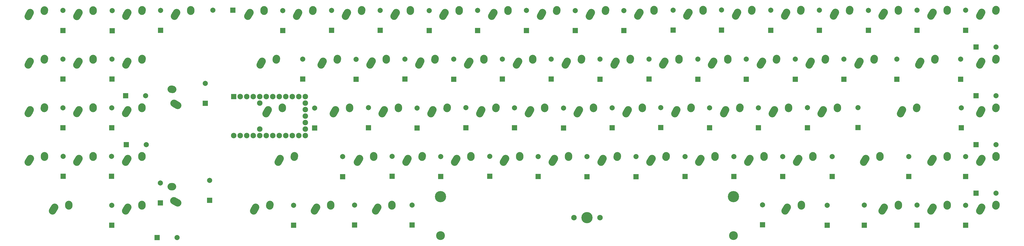
<source format=gbr>
G04 #@! TF.GenerationSoftware,KiCad,Pcbnew,(5.0.0)*
G04 #@! TF.CreationDate,2018-09-24T14:53:38-06:00*
G04 #@! TF.ProjectId,SouthPole,536F757468506F6C652E6B696361645F,rev?*
G04 #@! TF.SameCoordinates,Original*
G04 #@! TF.FileFunction,Soldermask,Top*
G04 #@! TF.FilePolarity,Negative*
%FSLAX46Y46*%
G04 Gerber Fmt 4.6, Leading zero omitted, Abs format (unit mm)*
G04 Created by KiCad (PCBNEW (5.0.0)) date 09/24/18 14:53:38*
%MOMM*%
%LPD*%
G01*
G04 APERTURE LIST*
%ADD10C,2.900000*%
%ADD11C,2.900000*%
%ADD12C,4.387800*%
%ADD13C,3.448000*%
%ADD14C,2.150000*%
%ADD15C,2.000000*%
%ADD16R,2.000000X2.000000*%
%ADD17C,2.152600*%
%ADD18R,2.152600X2.152600*%
G04 APERTURE END LIST*
D10*
G04 #@! TO.C,K15*
X94376250Y-65261250D03*
D11*
X94781703Y-64531296D02*
X93970797Y-65991204D01*
D10*
X100301250Y-63741250D03*
D11*
X100320974Y-63451922D02*
X100281526Y-64030578D01*
G04 #@! TD*
D10*
G04 #@! TO.C,K77*
X376395000Y-63647500D03*
D11*
X376414724Y-63358172D02*
X376375276Y-63936828D01*
D10*
X370470000Y-65167500D03*
D11*
X370875453Y-64437546D02*
X370064547Y-65897454D01*
G04 #@! TD*
D10*
G04 #@! TO.C,K79*
X395426250Y-63647500D03*
D11*
X395445974Y-63358172D02*
X395406526Y-63936828D01*
D10*
X389501250Y-65167500D03*
D11*
X389906703Y-64437546D02*
X389095797Y-65897454D01*
G04 #@! TD*
D10*
G04 #@! TO.C,K78*
X390645000Y-82772500D03*
D11*
X390664724Y-82483172D02*
X390625276Y-83061828D01*
D10*
X384720000Y-84292500D03*
D11*
X385125453Y-83562546D02*
X384314547Y-85022454D01*
G04 #@! TD*
D10*
G04 #@! TO.C,K74*
X383520000Y-101803750D03*
D11*
X383539724Y-101514422D02*
X383500276Y-102093078D01*
D10*
X377595000Y-103323750D03*
D11*
X378000453Y-102593796D02*
X377189547Y-104053704D01*
G04 #@! TD*
D10*
G04 #@! TO.C,K70*
X369193750Y-120835000D03*
D11*
X369213474Y-120545672D02*
X369174026Y-121124328D01*
D10*
X363268750Y-122355000D03*
D11*
X363674203Y-121625046D02*
X362863297Y-123084954D01*
G04 #@! TD*
D10*
G04 #@! TO.C,K62*
X338520000Y-139866250D03*
D11*
X338539724Y-139576922D02*
X338500276Y-140155578D01*
D10*
X332595000Y-141386250D03*
D11*
X333000453Y-140656296D02*
X332189547Y-142116204D01*
G04 #@! TD*
D12*
G04 #@! TO.C,K45*
X312056250Y-136495000D03*
X197756250Y-136495000D03*
D13*
X312056250Y-151735000D03*
X197756250Y-151735000D03*
D14*
X259986250Y-144750000D03*
X249826250Y-144750000D03*
D12*
X254906250Y-144750000D03*
G04 #@! TD*
D10*
G04 #@! TO.C,K32*
X178770000Y-139866250D03*
D11*
X178789724Y-139576922D02*
X178750276Y-140155578D01*
D10*
X172845000Y-141386250D03*
D11*
X173250453Y-140656296D02*
X172439547Y-142116204D01*
G04 #@! TD*
D10*
G04 #@! TO.C,K27*
X154893750Y-139855000D03*
D11*
X154913474Y-139565672D02*
X154874026Y-140144328D01*
D10*
X148968750Y-141375000D03*
D11*
X149374203Y-140645046D02*
X148563297Y-142104954D01*
G04 #@! TD*
D10*
G04 #@! TO.C,K21*
X140707500Y-120835000D03*
D11*
X140727224Y-120545672D02*
X140687776Y-121124328D01*
D10*
X134782500Y-122355000D03*
D11*
X135187953Y-121625046D02*
X134377047Y-123084954D01*
G04 #@! TD*
D10*
G04 #@! TO.C,K22*
X131145000Y-139866250D03*
D11*
X131164724Y-139576922D02*
X131125276Y-140155578D01*
D10*
X125220000Y-141386250D03*
D11*
X125625453Y-140656296D02*
X124814547Y-142116204D01*
G04 #@! TD*
D10*
G04 #@! TO.C,K20*
X136020000Y-101803750D03*
D11*
X136039724Y-101514422D02*
X136000276Y-102093078D01*
D10*
X130095000Y-103323750D03*
D11*
X130500453Y-102593796D02*
X129689547Y-104053704D01*
G04 #@! TD*
D10*
G04 #@! TO.C,K19*
X133676250Y-82772500D03*
D11*
X133695974Y-82483172D02*
X133656526Y-83061828D01*
D10*
X127751250Y-84292500D03*
D11*
X128156703Y-83562546D02*
X127345797Y-85022454D01*
G04 #@! TD*
D10*
G04 #@! TO.C,K17*
X92920000Y-132618000D03*
D11*
X92630672Y-132598276D02*
X93209328Y-132637724D01*
D10*
X94440000Y-138543000D03*
D11*
X93710046Y-138137547D02*
X95169954Y-138948453D01*
G04 #@! TD*
D10*
G04 #@! TO.C,K9*
X52707000Y-139845000D03*
D11*
X52726724Y-139555672D02*
X52687276Y-140134328D01*
D10*
X46782000Y-141365000D03*
D11*
X47187453Y-140635046D02*
X46376547Y-142094954D01*
G04 #@! TD*
D10*
G04 #@! TO.C,K16*
X92945000Y-94543000D03*
D11*
X92655672Y-94523276D02*
X93234328Y-94562724D01*
D10*
X94465000Y-100468000D03*
D11*
X93735046Y-100062547D02*
X95194954Y-100873453D01*
G04 #@! TD*
D15*
G04 #@! TO.C,D1*
X50437500Y-63731250D03*
D16*
X50437500Y-71531250D03*
G04 #@! TD*
G04 #@! TO.C,D2*
X50437500Y-90525000D03*
D15*
X50437500Y-82725000D03*
G04 #@! TD*
G04 #@! TO.C,D3*
X50450000Y-101800000D03*
D16*
X50450000Y-109600000D03*
G04 #@! TD*
G04 #@! TO.C,D4*
X50531250Y-128587500D03*
D15*
X50531250Y-120787500D03*
G04 #@! TD*
D16*
G04 #@! TO.C,D5*
X69656250Y-71625000D03*
D15*
X69656250Y-63825000D03*
G04 #@! TD*
D16*
G04 #@! TO.C,D6*
X69562500Y-90562500D03*
D15*
X69562500Y-82762500D03*
G04 #@! TD*
G04 #@! TO.C,D7*
X69500000Y-101800000D03*
D16*
X69500000Y-109600000D03*
G04 #@! TD*
G04 #@! TO.C,D8*
X69375000Y-128587500D03*
D15*
X69375000Y-120787500D03*
G04 #@! TD*
G04 #@! TO.C,D9*
X69475000Y-139912500D03*
D16*
X69475000Y-147712500D03*
G04 #@! TD*
G04 #@! TO.C,D10*
X88500000Y-71493750D03*
D15*
X88500000Y-63693750D03*
G04 #@! TD*
G04 #@! TO.C,D11*
X82650000Y-97050000D03*
D16*
X74850000Y-97050000D03*
G04 #@! TD*
G04 #@! TO.C,D12*
X75100000Y-116225000D03*
D15*
X82900000Y-116225000D03*
G04 #@! TD*
G04 #@! TO.C,D13*
X88425000Y-131200000D03*
D16*
X88425000Y-139000000D03*
G04 #@! TD*
G04 #@! TO.C,D14*
X87175000Y-152525000D03*
D15*
X94975000Y-152525000D03*
G04 #@! TD*
D16*
G04 #@! TO.C,D15*
X116750000Y-63600000D03*
D15*
X108950000Y-63600000D03*
G04 #@! TD*
G04 #@! TO.C,D16*
X106000000Y-92200000D03*
D16*
X106000000Y-100000000D03*
G04 #@! TD*
G04 #@! TO.C,D17*
X107625000Y-137962500D03*
D15*
X107625000Y-130162500D03*
G04 #@! TD*
G04 #@! TO.C,D18*
X136218750Y-63787500D03*
D16*
X136218750Y-71587500D03*
G04 #@! TD*
G04 #@! TO.C,D19*
X144000000Y-90525000D03*
D15*
X144000000Y-82725000D03*
G04 #@! TD*
G04 #@! TO.C,D20*
X148593750Y-101850000D03*
D16*
X148593750Y-109650000D03*
G04 #@! TD*
G04 #@! TO.C,D21*
X159562500Y-128681250D03*
D15*
X159562500Y-120881250D03*
G04 #@! TD*
G04 #@! TO.C,D22*
X140437500Y-139912500D03*
D16*
X140437500Y-147712500D03*
G04 #@! TD*
G04 #@! TO.C,D23*
X155250000Y-71493750D03*
D15*
X155250000Y-63693750D03*
G04 #@! TD*
G04 #@! TO.C,D24*
X164812500Y-82818750D03*
D16*
X164812500Y-90618750D03*
G04 #@! TD*
G04 #@! TO.C,D25*
X169593750Y-109556250D03*
D15*
X169593750Y-101756250D03*
G04 #@! TD*
G04 #@! TO.C,D26*
X178875000Y-120787500D03*
D16*
X178875000Y-128587500D03*
G04 #@! TD*
G04 #@! TO.C,D27*
X164250000Y-147618750D03*
D15*
X164250000Y-139818750D03*
G04 #@! TD*
D16*
G04 #@! TO.C,D28*
X174187500Y-71493750D03*
D15*
X174187500Y-63693750D03*
G04 #@! TD*
D16*
G04 #@! TO.C,D29*
X183843750Y-90525000D03*
D15*
X183843750Y-82725000D03*
G04 #@! TD*
G04 #@! TO.C,D30*
X188625000Y-101850000D03*
D16*
X188625000Y-109650000D03*
G04 #@! TD*
G04 #@! TO.C,D31*
X197812500Y-128643750D03*
D15*
X197812500Y-120843750D03*
G04 #@! TD*
D16*
G04 #@! TO.C,D32*
X186656250Y-147581250D03*
D15*
X186656250Y-139781250D03*
G04 #@! TD*
G04 #@! TO.C,D33*
X193312500Y-63787500D03*
D16*
X193312500Y-71587500D03*
G04 #@! TD*
D15*
G04 #@! TO.C,D34*
X202875000Y-82781250D03*
D16*
X202875000Y-90581250D03*
G04 #@! TD*
D15*
G04 #@! TO.C,D35*
X207656250Y-101756250D03*
D16*
X207656250Y-109556250D03*
G04 #@! TD*
D15*
G04 #@! TO.C,D36*
X216937500Y-120787500D03*
D16*
X216937500Y-128587500D03*
G04 #@! TD*
G04 #@! TO.C,D37*
X212250000Y-71531250D03*
D15*
X212250000Y-63731250D03*
G04 #@! TD*
D16*
G04 #@! TO.C,D38*
X221906250Y-90562500D03*
D15*
X221906250Y-82762500D03*
G04 #@! TD*
G04 #@! TO.C,D39*
X226593750Y-101812500D03*
D16*
X226593750Y-109612500D03*
G04 #@! TD*
G04 #@! TO.C,D40*
X235875000Y-128643750D03*
D15*
X235875000Y-120843750D03*
G04 #@! TD*
D16*
G04 #@! TO.C,D41*
X231281250Y-71531250D03*
D15*
X231281250Y-63731250D03*
G04 #@! TD*
D16*
G04 #@! TO.C,D42*
X240937500Y-90525000D03*
D15*
X240937500Y-82725000D03*
G04 #@! TD*
G04 #@! TO.C,D43*
X245718750Y-101850000D03*
D16*
X245718750Y-109650000D03*
G04 #@! TD*
G04 #@! TO.C,D44*
X254906250Y-128681250D03*
D15*
X254906250Y-120881250D03*
G04 #@! TD*
G04 #@! TO.C,D45*
X323343750Y-139687500D03*
D16*
X323343750Y-147487500D03*
G04 #@! TD*
D15*
G04 #@! TO.C,D46*
X250312500Y-63750000D03*
D16*
X250312500Y-71550000D03*
G04 #@! TD*
D15*
G04 #@! TO.C,D47*
X259968750Y-82781250D03*
D16*
X259968750Y-90581250D03*
G04 #@! TD*
G04 #@! TO.C,D48*
X264750000Y-109593750D03*
D15*
X264750000Y-101793750D03*
G04 #@! TD*
D16*
G04 #@! TO.C,D49*
X274031250Y-128681250D03*
D15*
X274031250Y-120881250D03*
G04 #@! TD*
G04 #@! TO.C,D50*
X269250000Y-63750000D03*
D16*
X269250000Y-71550000D03*
G04 #@! TD*
G04 #@! TO.C,D51*
X279093750Y-90525000D03*
D15*
X279093750Y-82725000D03*
G04 #@! TD*
G04 #@! TO.C,D52*
X283687500Y-101718750D03*
D16*
X283687500Y-109518750D03*
G04 #@! TD*
G04 #@! TO.C,D53*
X293156250Y-128643750D03*
D15*
X293156250Y-120843750D03*
G04 #@! TD*
D16*
G04 #@! TO.C,D54*
X288468750Y-71400000D03*
D15*
X288468750Y-63600000D03*
G04 #@! TD*
D16*
G04 #@! TO.C,D55*
X298125000Y-90581250D03*
D15*
X298125000Y-82781250D03*
G04 #@! TD*
G04 #@! TO.C,D56*
X302718750Y-101812500D03*
D16*
X302718750Y-109612500D03*
G04 #@! TD*
D15*
G04 #@! TO.C,D57*
X312187500Y-120843750D03*
D16*
X312187500Y-128643750D03*
G04 #@! TD*
G04 #@! TO.C,D58*
X307406250Y-71362500D03*
D15*
X307406250Y-63562500D03*
G04 #@! TD*
G04 #@! TO.C,D59*
X317062500Y-82781250D03*
D16*
X317062500Y-90581250D03*
G04 #@! TD*
D15*
G04 #@! TO.C,D60*
X321750000Y-101812500D03*
D16*
X321750000Y-109612500D03*
G04 #@! TD*
G04 #@! TO.C,D61*
X331218750Y-128643750D03*
D15*
X331218750Y-120843750D03*
G04 #@! TD*
G04 #@! TO.C,D62*
X348656250Y-139875000D03*
D16*
X348656250Y-147675000D03*
G04 #@! TD*
G04 #@! TO.C,D63*
X326625000Y-71456250D03*
D15*
X326625000Y-63656250D03*
G04 #@! TD*
G04 #@! TO.C,D64*
X336187500Y-82781250D03*
D16*
X336187500Y-90581250D03*
G04 #@! TD*
D15*
G04 #@! TO.C,D65*
X340875000Y-101756250D03*
D16*
X340875000Y-109556250D03*
G04 #@! TD*
G04 #@! TO.C,D66*
X350531250Y-128643750D03*
D15*
X350531250Y-120843750D03*
G04 #@! TD*
G04 #@! TO.C,D67*
X345562500Y-63656250D03*
D16*
X345562500Y-71456250D03*
G04 #@! TD*
G04 #@! TO.C,D68*
X355125000Y-90581250D03*
D15*
X355125000Y-82781250D03*
G04 #@! TD*
G04 #@! TO.C,D69*
X360656250Y-101718750D03*
D16*
X360656250Y-109518750D03*
G04 #@! TD*
D15*
G04 #@! TO.C,D70*
X380437500Y-120843750D03*
D16*
X380437500Y-128643750D03*
G04 #@! TD*
D15*
G04 #@! TO.C,D71*
X363093750Y-139856250D03*
D16*
X363093750Y-147656250D03*
G04 #@! TD*
G04 #@! TO.C,D72*
X364687500Y-71493750D03*
D15*
X364687500Y-63693750D03*
G04 #@! TD*
D16*
G04 #@! TO.C,D73*
X375750000Y-90581250D03*
D15*
X375750000Y-82781250D03*
G04 #@! TD*
G04 #@! TO.C,D74*
X400968750Y-101812500D03*
D16*
X400968750Y-109612500D03*
G04 #@! TD*
G04 #@! TO.C,D75*
X402656250Y-128643750D03*
D15*
X402656250Y-120843750D03*
G04 #@! TD*
G04 #@! TO.C,D76*
X383625000Y-139856250D03*
D16*
X383625000Y-147656250D03*
G04 #@! TD*
G04 #@! TO.C,D77*
X383625000Y-71456250D03*
D15*
X383625000Y-63656250D03*
G04 #@! TD*
D16*
G04 #@! TO.C,D78*
X400687500Y-90581250D03*
D15*
X400687500Y-82781250D03*
G04 #@! TD*
G04 #@! TO.C,D79*
X402656250Y-63656250D03*
D16*
X402656250Y-71456250D03*
G04 #@! TD*
D15*
G04 #@! TO.C,D80*
X414487500Y-78000000D03*
D16*
X406687500Y-78000000D03*
G04 #@! TD*
D15*
G04 #@! TO.C,D81*
X414468750Y-97031250D03*
D16*
X406668750Y-97031250D03*
G04 #@! TD*
D15*
G04 #@! TO.C,D82*
X414468750Y-116156250D03*
D16*
X406668750Y-116156250D03*
G04 #@! TD*
D15*
G04 #@! TO.C,D83*
X414468750Y-135187500D03*
D16*
X406668750Y-135187500D03*
G04 #@! TD*
G04 #@! TO.C,D84*
X402656250Y-147675000D03*
D15*
X402656250Y-139875000D03*
G04 #@! TD*
D10*
G04 #@! TO.C,K1*
X37235000Y-65310000D03*
D11*
X37640453Y-64580046D02*
X36829547Y-66039954D01*
D10*
X43160000Y-63790000D03*
D11*
X43179724Y-63500672D02*
X43140276Y-64079328D01*
G04 #@! TD*
D10*
G04 #@! TO.C,K2*
X43175000Y-82772500D03*
D11*
X43194724Y-82483172D02*
X43155276Y-83061828D01*
D10*
X37250000Y-84292500D03*
D11*
X37655453Y-83562546D02*
X36844547Y-85022454D01*
G04 #@! TD*
D10*
G04 #@! TO.C,K3*
X37270000Y-103305000D03*
D11*
X37675453Y-102575046D02*
X36864547Y-104034954D01*
D10*
X43195000Y-101785000D03*
D11*
X43214724Y-101495672D02*
X43175276Y-102074328D01*
G04 #@! TD*
D10*
G04 #@! TO.C,K4*
X37282500Y-122355000D03*
D11*
X37687953Y-121625046D02*
X36877047Y-123084954D01*
D10*
X43207500Y-120835000D03*
D11*
X43227224Y-120545672D02*
X43187776Y-121124328D01*
G04 #@! TD*
D10*
G04 #@! TO.C,K5*
X62170000Y-63785000D03*
D11*
X62189724Y-63495672D02*
X62150276Y-64074328D01*
D10*
X56245000Y-65305000D03*
D11*
X56650453Y-64575046D02*
X55839547Y-66034954D01*
G04 #@! TD*
D10*
G04 #@! TO.C,K6*
X62175000Y-82772500D03*
D11*
X62194724Y-82483172D02*
X62155276Y-83061828D01*
D10*
X56250000Y-84292500D03*
D11*
X56655453Y-83562546D02*
X55844547Y-85022454D01*
G04 #@! TD*
D10*
G04 #@! TO.C,K7*
X62195000Y-101785000D03*
D11*
X62214724Y-101495672D02*
X62175276Y-102074328D01*
D10*
X56270000Y-103305000D03*
D11*
X56675453Y-102575046D02*
X55864547Y-104034954D01*
G04 #@! TD*
D10*
G04 #@! TO.C,K8*
X62200000Y-120830000D03*
D11*
X62219724Y-120540672D02*
X62180276Y-121119328D01*
D10*
X56275000Y-122350000D03*
D11*
X56680453Y-121620046D02*
X55869547Y-123079954D01*
G04 #@! TD*
D10*
G04 #@! TO.C,K10*
X81270000Y-63741250D03*
D11*
X81289724Y-63451922D02*
X81250276Y-64030578D01*
D10*
X75345000Y-65261250D03*
D11*
X75750453Y-64531296D02*
X74939547Y-65991204D01*
G04 #@! TD*
D10*
G04 #@! TO.C,K11*
X75345000Y-84292500D03*
D11*
X75750453Y-83562546D02*
X74939547Y-85022454D01*
D10*
X81270000Y-82772500D03*
D11*
X81289724Y-82483172D02*
X81250276Y-83061828D01*
G04 #@! TD*
D10*
G04 #@! TO.C,K12*
X81245000Y-101785000D03*
D11*
X81264724Y-101495672D02*
X81225276Y-102074328D01*
D10*
X75320000Y-103305000D03*
D11*
X75725453Y-102575046D02*
X74914547Y-104034954D01*
G04 #@! TD*
D10*
G04 #@! TO.C,K13*
X81225000Y-120830000D03*
D11*
X81244724Y-120540672D02*
X81205276Y-121119328D01*
D10*
X75300000Y-122350000D03*
D11*
X75705453Y-121620046D02*
X74894547Y-123079954D01*
G04 #@! TD*
D10*
G04 #@! TO.C,K14*
X81250000Y-139830000D03*
D11*
X81269724Y-139540672D02*
X81230276Y-140119328D01*
D10*
X75325000Y-141350000D03*
D11*
X75730453Y-140620046D02*
X74919547Y-142079954D01*
G04 #@! TD*
D10*
G04 #@! TO.C,K18*
X128895000Y-63741250D03*
D11*
X128914724Y-63451922D02*
X128875276Y-64030578D01*
D10*
X122970000Y-65261250D03*
D11*
X123375453Y-64531296D02*
X122564547Y-65991204D01*
G04 #@! TD*
D10*
G04 #@! TO.C,K23*
X142001250Y-65261250D03*
D11*
X142406703Y-64531296D02*
X141595797Y-65991204D01*
D10*
X147926250Y-63741250D03*
D11*
X147945974Y-63451922D02*
X147906526Y-64030578D01*
G04 #@! TD*
D10*
G04 #@! TO.C,K24*
X157488750Y-82772500D03*
D11*
X157508474Y-82483172D02*
X157469026Y-83061828D01*
D10*
X151563750Y-84292500D03*
D11*
X151969203Y-83562546D02*
X151158297Y-85022454D01*
G04 #@! TD*
D10*
G04 #@! TO.C,K25*
X156345000Y-103323750D03*
D11*
X156750453Y-102593796D02*
X155939547Y-104053704D01*
D10*
X162270000Y-101803750D03*
D11*
X162289724Y-101514422D02*
X162250276Y-102093078D01*
G04 #@! TD*
D10*
G04 #@! TO.C,K26*
X165720000Y-122355000D03*
D11*
X166125453Y-121625046D02*
X165314547Y-123084954D01*
D10*
X171645000Y-120835000D03*
D11*
X171664724Y-120545672D02*
X171625276Y-121124328D01*
G04 #@! TD*
D10*
G04 #@! TO.C,K28*
X166957500Y-63741250D03*
D11*
X166977224Y-63451922D02*
X166937776Y-64030578D01*
D10*
X161032500Y-65261250D03*
D11*
X161437953Y-64531296D02*
X160627047Y-65991204D01*
G04 #@! TD*
D10*
G04 #@! TO.C,K29*
X170625000Y-84281250D03*
D11*
X171030453Y-83551296D02*
X170219547Y-85011204D01*
D10*
X176550000Y-82761250D03*
D11*
X176569724Y-82471922D02*
X176530276Y-83050578D01*
G04 #@! TD*
D10*
G04 #@! TO.C,K30*
X181301250Y-101803750D03*
D11*
X181320974Y-101514422D02*
X181281526Y-102093078D01*
D10*
X175376250Y-103323750D03*
D11*
X175781703Y-102593796D02*
X174970797Y-104053704D01*
G04 #@! TD*
D10*
G04 #@! TO.C,K31*
X184657500Y-122355000D03*
D11*
X185062953Y-121625046D02*
X184252047Y-123084954D01*
D10*
X190582500Y-120835000D03*
D11*
X190602224Y-120545672D02*
X190562776Y-121124328D01*
G04 #@! TD*
D10*
G04 #@! TO.C,K33*
X185988750Y-63741250D03*
D11*
X186008474Y-63451922D02*
X185969026Y-64030578D01*
D10*
X180063750Y-65261250D03*
D11*
X180469203Y-64531296D02*
X179658297Y-65991204D01*
G04 #@! TD*
D10*
G04 #@! TO.C,K34*
X189656250Y-84281250D03*
D11*
X190061703Y-83551296D02*
X189250797Y-85011204D01*
D10*
X195581250Y-82761250D03*
D11*
X195600974Y-82471922D02*
X195561526Y-83050578D01*
G04 #@! TD*
D10*
G04 #@! TO.C,K35*
X200332500Y-101803750D03*
D11*
X200352224Y-101514422D02*
X200312776Y-102093078D01*
D10*
X194407500Y-103323750D03*
D11*
X194812953Y-102593796D02*
X194002047Y-104053704D01*
G04 #@! TD*
D10*
G04 #@! TO.C,K36*
X203688750Y-122355000D03*
D11*
X204094203Y-121625046D02*
X203283297Y-123084954D01*
D10*
X209613750Y-120835000D03*
D11*
X209633474Y-120545672D02*
X209594026Y-121124328D01*
G04 #@! TD*
D10*
G04 #@! TO.C,K37*
X205020000Y-63741250D03*
D11*
X205039724Y-63451922D02*
X205000276Y-64030578D01*
D10*
X199095000Y-65261250D03*
D11*
X199500453Y-64531296D02*
X198689547Y-65991204D01*
G04 #@! TD*
D10*
G04 #@! TO.C,K38*
X214676250Y-82772500D03*
D11*
X214695974Y-82483172D02*
X214656526Y-83061828D01*
D10*
X208751250Y-84292500D03*
D11*
X209156703Y-83562546D02*
X208345797Y-85022454D01*
G04 #@! TD*
D10*
G04 #@! TO.C,K39*
X213438750Y-103323750D03*
D11*
X213844203Y-102593796D02*
X213033297Y-104053704D01*
D10*
X219363750Y-101803750D03*
D11*
X219383474Y-101514422D02*
X219344026Y-102093078D01*
G04 #@! TD*
D10*
G04 #@! TO.C,K40*
X228645000Y-120835000D03*
D11*
X228664724Y-120545672D02*
X228625276Y-121124328D01*
D10*
X222720000Y-122355000D03*
D11*
X223125453Y-121625046D02*
X222314547Y-123084954D01*
G04 #@! TD*
D10*
G04 #@! TO.C,K41*
X218126250Y-65261250D03*
D11*
X218531703Y-64531296D02*
X217720797Y-65991204D01*
D10*
X224051250Y-63741250D03*
D11*
X224070974Y-63451922D02*
X224031526Y-64030578D01*
G04 #@! TD*
D10*
G04 #@! TO.C,K42*
X227782500Y-84292500D03*
D11*
X228187953Y-83562546D02*
X227377047Y-85022454D01*
D10*
X233707500Y-82772500D03*
D11*
X233727224Y-82483172D02*
X233687776Y-83061828D01*
G04 #@! TD*
D10*
G04 #@! TO.C,K43*
X232470000Y-103323750D03*
D11*
X232875453Y-102593796D02*
X232064547Y-104053704D01*
D10*
X238395000Y-101803750D03*
D11*
X238414724Y-101514422D02*
X238375276Y-102093078D01*
G04 #@! TD*
D10*
G04 #@! TO.C,K44*
X247676250Y-120835000D03*
D11*
X247695974Y-120545672D02*
X247656526Y-121124328D01*
D10*
X241751250Y-122355000D03*
D11*
X242156703Y-121625046D02*
X241345797Y-123084954D01*
G04 #@! TD*
D10*
G04 #@! TO.C,K46*
X243082500Y-63741250D03*
D11*
X243102224Y-63451922D02*
X243062776Y-64030578D01*
D10*
X237157500Y-65261250D03*
D11*
X237562953Y-64531296D02*
X236752047Y-65991204D01*
G04 #@! TD*
D10*
G04 #@! TO.C,K47*
X246813750Y-84292500D03*
D11*
X247219203Y-83562546D02*
X246408297Y-85022454D01*
D10*
X252738750Y-82772500D03*
D11*
X252758474Y-82483172D02*
X252719026Y-83061828D01*
G04 #@! TD*
D10*
G04 #@! TO.C,K48*
X257426250Y-101803750D03*
D11*
X257445974Y-101514422D02*
X257406526Y-102093078D01*
D10*
X251501250Y-103323750D03*
D11*
X251906703Y-102593796D02*
X251095797Y-104053704D01*
G04 #@! TD*
D10*
G04 #@! TO.C,K49*
X260782500Y-122355000D03*
D11*
X261187953Y-121625046D02*
X260377047Y-123084954D01*
D10*
X266707500Y-120835000D03*
D11*
X266727224Y-120545672D02*
X266687776Y-121124328D01*
G04 #@! TD*
D10*
G04 #@! TO.C,K50*
X256188750Y-65261250D03*
D11*
X256594203Y-64531296D02*
X255783297Y-65991204D01*
D10*
X262113750Y-63741250D03*
D11*
X262133474Y-63451922D02*
X262094026Y-64030578D01*
G04 #@! TD*
D10*
G04 #@! TO.C,K51*
X265845000Y-84292500D03*
D11*
X266250453Y-83562546D02*
X265439547Y-85022454D01*
D10*
X271770000Y-82772500D03*
D11*
X271789724Y-82483172D02*
X271750276Y-83061828D01*
G04 #@! TD*
D10*
G04 #@! TO.C,K52*
X276457500Y-101803750D03*
D11*
X276477224Y-101514422D02*
X276437776Y-102093078D01*
D10*
X270532500Y-103323750D03*
D11*
X270937953Y-102593796D02*
X270127047Y-104053704D01*
G04 #@! TD*
D10*
G04 #@! TO.C,K53*
X279843750Y-122343750D03*
D11*
X280249203Y-121613796D02*
X279438297Y-123073704D01*
D10*
X285768750Y-120823750D03*
D11*
X285788474Y-120534422D02*
X285749026Y-121113078D01*
G04 #@! TD*
D10*
G04 #@! TO.C,K54*
X275126250Y-65167500D03*
D11*
X275531703Y-64437546D02*
X274720797Y-65897454D01*
D10*
X281051250Y-63647500D03*
D11*
X281070974Y-63358172D02*
X281031526Y-63936828D01*
G04 #@! TD*
D10*
G04 #@! TO.C,K55*
X290801250Y-82772500D03*
D11*
X290820974Y-82483172D02*
X290781526Y-83061828D01*
D10*
X284876250Y-84292500D03*
D11*
X285281703Y-83562546D02*
X284470797Y-85022454D01*
G04 #@! TD*
D10*
G04 #@! TO.C,K56*
X295488750Y-101803750D03*
D11*
X295508474Y-101514422D02*
X295469026Y-102093078D01*
D10*
X289563750Y-103323750D03*
D11*
X289969203Y-102593796D02*
X289158297Y-104053704D01*
G04 #@! TD*
D10*
G04 #@! TO.C,K57*
X298938750Y-122355000D03*
D11*
X299344203Y-121625046D02*
X298533297Y-123084954D01*
D10*
X304863750Y-120835000D03*
D11*
X304883474Y-120545672D02*
X304844026Y-121124328D01*
G04 #@! TD*
D10*
G04 #@! TO.C,K58*
X300176250Y-63647500D03*
D11*
X300195974Y-63358172D02*
X300156526Y-63936828D01*
D10*
X294251250Y-65167500D03*
D11*
X294656703Y-64437546D02*
X293845797Y-65897454D01*
G04 #@! TD*
D10*
G04 #@! TO.C,K59*
X309832500Y-82772500D03*
D11*
X309852224Y-82483172D02*
X309812776Y-83061828D01*
D10*
X303907500Y-84292500D03*
D11*
X304312953Y-83562546D02*
X303502047Y-85022454D01*
G04 #@! TD*
D10*
G04 #@! TO.C,K60*
X308595000Y-103323750D03*
D11*
X309000453Y-102593796D02*
X308189547Y-104053704D01*
D10*
X314520000Y-101803750D03*
D11*
X314539724Y-101514422D02*
X314500276Y-102093078D01*
G04 #@! TD*
D10*
G04 #@! TO.C,K61*
X323988750Y-120835000D03*
D11*
X324008474Y-120545672D02*
X323969026Y-121124328D01*
D10*
X318063750Y-122355000D03*
D11*
X318469203Y-121625046D02*
X317658297Y-123084954D01*
G04 #@! TD*
D10*
G04 #@! TO.C,K63*
X313282500Y-65167500D03*
D11*
X313687953Y-64437546D02*
X312877047Y-65897454D01*
D10*
X319207500Y-63647500D03*
D11*
X319227224Y-63358172D02*
X319187776Y-63936828D01*
G04 #@! TD*
D10*
G04 #@! TO.C,K64*
X328863750Y-82772500D03*
D11*
X328883474Y-82483172D02*
X328844026Y-83061828D01*
D10*
X322938750Y-84292500D03*
D11*
X323344203Y-83562546D02*
X322533297Y-85022454D01*
G04 #@! TD*
D10*
G04 #@! TO.C,K65*
X333551250Y-101803750D03*
D11*
X333570974Y-101514422D02*
X333531526Y-102093078D01*
D10*
X327626250Y-103323750D03*
D11*
X328031703Y-102593796D02*
X327220797Y-104053704D01*
G04 #@! TD*
D10*
G04 #@! TO.C,K66*
X337095000Y-122355000D03*
D11*
X337500453Y-121625046D02*
X336689547Y-123084954D01*
D10*
X343020000Y-120835000D03*
D11*
X343039724Y-120545672D02*
X343000276Y-121124328D01*
G04 #@! TD*
D10*
G04 #@! TO.C,K67*
X338332500Y-63647500D03*
D11*
X338352224Y-63358172D02*
X338312776Y-63936828D01*
D10*
X332407500Y-65167500D03*
D11*
X332812953Y-64437546D02*
X332002047Y-65897454D01*
G04 #@! TD*
D10*
G04 #@! TO.C,K68*
X347895000Y-82772500D03*
D11*
X347914724Y-82483172D02*
X347875276Y-83061828D01*
D10*
X341970000Y-84292500D03*
D11*
X342375453Y-83562546D02*
X341564547Y-85022454D01*
G04 #@! TD*
D10*
G04 #@! TO.C,K69*
X346657500Y-103323750D03*
D11*
X347062953Y-102593796D02*
X346252047Y-104053704D01*
D10*
X352582500Y-101803750D03*
D11*
X352602224Y-101514422D02*
X352562776Y-102093078D01*
G04 #@! TD*
D10*
G04 #@! TO.C,K71*
X376395000Y-139866250D03*
D11*
X376414724Y-139576922D02*
X376375276Y-140155578D01*
D10*
X370470000Y-141386250D03*
D11*
X370875453Y-140656296D02*
X370064547Y-142116204D01*
G04 #@! TD*
D10*
G04 #@! TO.C,K72*
X351438750Y-65167500D03*
D11*
X351844203Y-64437546D02*
X351033297Y-65897454D01*
D10*
X357363750Y-63647500D03*
D11*
X357383474Y-63358172D02*
X357344026Y-63936828D01*
G04 #@! TD*
D10*
G04 #@! TO.C,K73*
X361018750Y-84292500D03*
D11*
X361424203Y-83562546D02*
X360613297Y-85022454D01*
D10*
X366943750Y-82772500D03*
D11*
X366963474Y-82483172D02*
X366924026Y-83061828D01*
G04 #@! TD*
D10*
G04 #@! TO.C,K75*
X389501250Y-122355000D03*
D11*
X389906703Y-121625046D02*
X389095797Y-123084954D01*
D10*
X395426250Y-120835000D03*
D11*
X395445974Y-120545672D02*
X395406526Y-121124328D01*
G04 #@! TD*
D10*
G04 #@! TO.C,K76*
X389501250Y-141386250D03*
D11*
X389906703Y-140656296D02*
X389095797Y-142116204D01*
D10*
X395426250Y-139866250D03*
D11*
X395445974Y-139576922D02*
X395406526Y-140155578D01*
G04 #@! TD*
D10*
G04 #@! TO.C,K80*
X414457500Y-63647500D03*
D11*
X414477224Y-63358172D02*
X414437776Y-63936828D01*
D10*
X408532500Y-65167500D03*
D11*
X408937953Y-64437546D02*
X408127047Y-65897454D01*
G04 #@! TD*
D10*
G04 #@! TO.C,K81*
X414457500Y-82772500D03*
D11*
X414477224Y-82483172D02*
X414437776Y-83061828D01*
D10*
X408532500Y-84292500D03*
D11*
X408937953Y-83562546D02*
X408127047Y-85022454D01*
G04 #@! TD*
D10*
G04 #@! TO.C,K82*
X408532500Y-103323750D03*
D11*
X408937953Y-102593796D02*
X408127047Y-104053704D01*
D10*
X414457500Y-101803750D03*
D11*
X414477224Y-101514422D02*
X414437776Y-102093078D01*
G04 #@! TD*
D10*
G04 #@! TO.C,K83*
X408550000Y-122355000D03*
D11*
X408955453Y-121625046D02*
X408144547Y-123084954D01*
D10*
X414475000Y-120835000D03*
D11*
X414494724Y-120545672D02*
X414455276Y-121124328D01*
G04 #@! TD*
D10*
G04 #@! TO.C,K84*
X414457500Y-139866250D03*
D11*
X414477224Y-139576922D02*
X414437776Y-140155578D01*
D10*
X408532500Y-141386250D03*
D11*
X408937953Y-140656296D02*
X408127047Y-142116204D01*
G04 #@! TD*
D17*
G04 #@! TO.C,U1*
X127190000Y-99920000D03*
X127190000Y-110080000D03*
X117030000Y-112620000D03*
X119570000Y-112620000D03*
X122110000Y-112620000D03*
X124650000Y-112620000D03*
X127190000Y-112620000D03*
X129730000Y-112620000D03*
X132270000Y-112620000D03*
X134810000Y-112620000D03*
X137350000Y-112620000D03*
X139890000Y-112620000D03*
X142430000Y-112620000D03*
X144970000Y-112620000D03*
X144970000Y-110080000D03*
X144970000Y-107540000D03*
X144970000Y-105000000D03*
X144970000Y-102460000D03*
X144970000Y-99920000D03*
X144970000Y-97380000D03*
X142430000Y-97380000D03*
X139890000Y-97380000D03*
X137350000Y-97380000D03*
X134810000Y-97380000D03*
X132270000Y-97380000D03*
X129730000Y-97380000D03*
X127190000Y-97380000D03*
X124650000Y-97380000D03*
X122110000Y-97380000D03*
X119570000Y-97380000D03*
D18*
X117030000Y-97380000D03*
G04 #@! TD*
M02*

</source>
